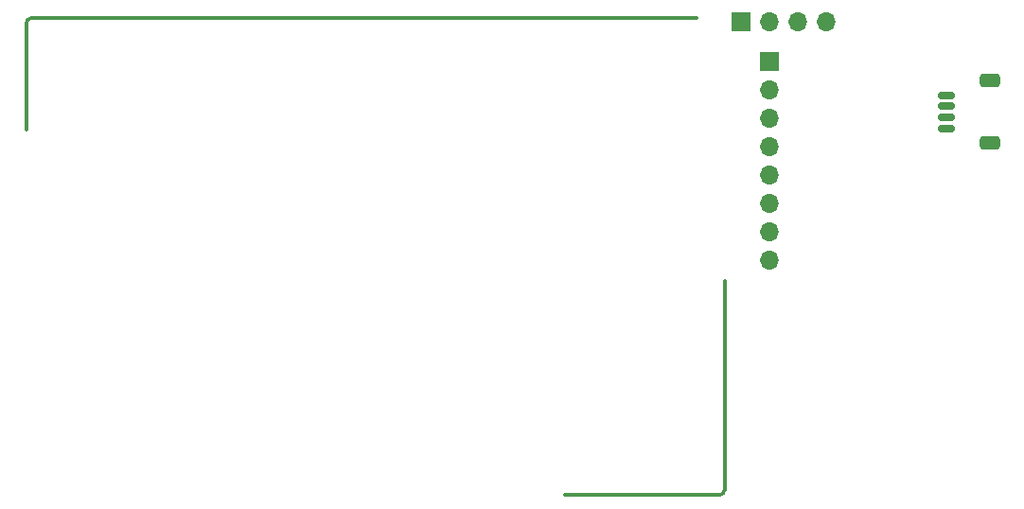
<source format=gbr>
%TF.GenerationSoftware,KiCad,Pcbnew,8.0.8*%
%TF.CreationDate,2025-06-16T14:26:01+09:00*%
%TF.ProjectId,card,63617264-2e6b-4696-9361-645f70636258,rev?*%
%TF.SameCoordinates,Original*%
%TF.FileFunction,Soldermask,Bot*%
%TF.FilePolarity,Negative*%
%FSLAX46Y46*%
G04 Gerber Fmt 4.6, Leading zero omitted, Abs format (unit mm)*
G04 Created by KiCad (PCBNEW 8.0.8) date 2025-06-16 14:26:01*
%MOMM*%
%LPD*%
G01*
G04 APERTURE LIST*
G04 Aperture macros list*
%AMRoundRect*
0 Rectangle with rounded corners*
0 $1 Rounding radius*
0 $2 $3 $4 $5 $6 $7 $8 $9 X,Y pos of 4 corners*
0 Add a 4 corners polygon primitive as box body*
4,1,4,$2,$3,$4,$5,$6,$7,$8,$9,$2,$3,0*
0 Add four circle primitives for the rounded corners*
1,1,$1+$1,$2,$3*
1,1,$1+$1,$4,$5*
1,1,$1+$1,$6,$7*
1,1,$1+$1,$8,$9*
0 Add four rect primitives between the rounded corners*
20,1,$1+$1,$2,$3,$4,$5,0*
20,1,$1+$1,$4,$5,$6,$7,0*
20,1,$1+$1,$6,$7,$8,$9,0*
20,1,$1+$1,$8,$9,$2,$3,0*%
G04 Aperture macros list end*
%ADD10C,0.300000*%
%ADD11RoundRect,0.150000X-0.625000X0.150000X-0.625000X-0.150000X0.625000X-0.150000X0.625000X0.150000X0*%
%ADD12RoundRect,0.250000X-0.650000X0.350000X-0.650000X-0.350000X0.650000X-0.350000X0.650000X0.350000X0*%
%ADD13R,1.700000X1.700000*%
%ADD14O,1.700000X1.700000*%
G04 APERTURE END LIST*
D10*
X51500000Y-52000000D02*
G75*
G02*
X52000000Y-51500000I500000J0D01*
G01*
X51500000Y-61500000D02*
X51500000Y-52000000D01*
X99700000Y-94200000D02*
X113500000Y-94200000D01*
X114000000Y-93700000D02*
X114000000Y-75000000D01*
X114000000Y-93700000D02*
G75*
G02*
X113500000Y-94200000I-500000J0D01*
G01*
X111500000Y-51500000D02*
X52000000Y-51500000D01*
D11*
%TO.C,J3*%
X133825000Y-58400000D03*
X133825000Y-59400000D03*
X133825000Y-60400000D03*
X133825000Y-61400000D03*
D12*
X137700000Y-57100000D03*
X137700000Y-62700000D03*
%TD*%
D13*
%TO.C,J2*%
X115500000Y-51800000D03*
D14*
X118040000Y-51800000D03*
X120580000Y-51800000D03*
X123120000Y-51800000D03*
%TD*%
D13*
%TO.C,J1*%
X118000000Y-55400000D03*
D14*
X118000000Y-57940000D03*
X118000000Y-60480000D03*
X118000000Y-63020000D03*
X118000000Y-65560000D03*
X118000000Y-68100000D03*
X118000000Y-70640000D03*
X118000000Y-73180000D03*
%TD*%
M02*

</source>
